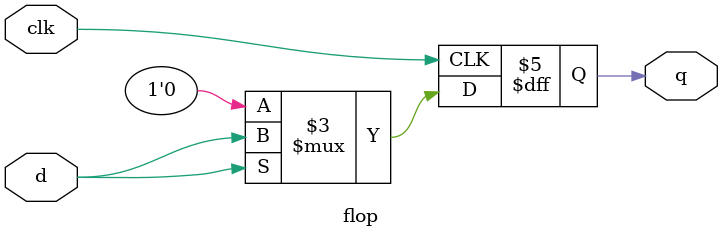
<source format=v>

module regfile(input wire clk,
               input wire we3, //señal de habilitación de escritura
               input wire [3:0] ra1, ra2, wa3, //valores de regs leidos y reg a escribir
               input wire [7:0] wd3, //dato a escribir
               output wire [7:0] rd1, rd2); //salida de datos leidos

   reg [7:0] regb[0:15]; //memoria de 16 registros de 8 bits de ancho
  
   //assign regb[0] = 0;
  
   // El registro 0 siempre es cero
   // se leen dos reg combinacionalmente
   // y la escritura del tercero ocurre en flanco de subida del reloj
   always @(posedge clk)
      if (we3) regb[wa3] <= wd3;
  
   assign rd1 = (ra1 != 0) ? regb[ra1] : 0;
   assign rd2 = (ra2 != 0) ? regb[ra2] : 0;
endmodule

//modulo sumador
module sum(input wire [9:0] a, b,
             output wire [9:0] y);

   assign y = a + b;
endmodule

//modulo de registro para modelar el PC, cambia en cada flanco de subida de reloj o de reset
module registro #(parameter WIDTH = 8)
              (input wire clk, reset,
               input wire [WIDTH-1:0] d,
               output reg [WIDTH-1:0] q);

   always @(posedge clk, posedge reset)
      if (reset) q <= 0;
      else q <= d;
endmodule

//modulo multiplexor, cos s=1 sale d1, s=0 sale d0
module mux2 #(parameter WIDTH = 8)
             (input wire [WIDTH-1:0] d0, d1,
              input wire s,
              output wire [WIDTH-1:0] y);

   assign y = s ? d1 : d0;
endmodule


module flop (input wire clk, d, output reg q);
   always @(posedge clk)
      if(d) q <= d;
      else q <= 0;
endmodule

</source>
